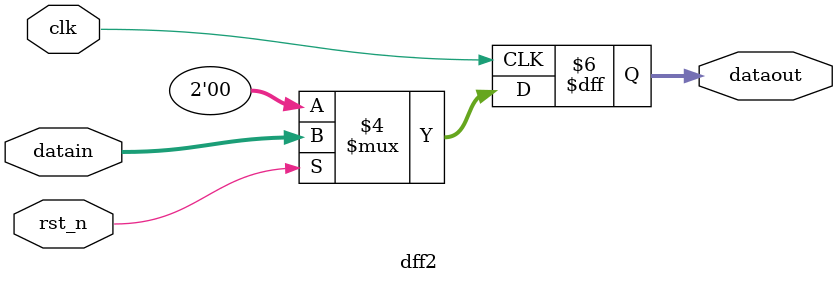
<source format=v>
module dff2 (clk,rst_n,datain,dataout);
	input clk,rst_n;
	input [1:0] datain;
	output [1:0] dataout;
	
	reg [1:0] dataout;
	
	always @(posedge clk)
		if (!rst_n)	dataout<=2'b0;
		else	dataout<=datain;
endmodule

</source>
